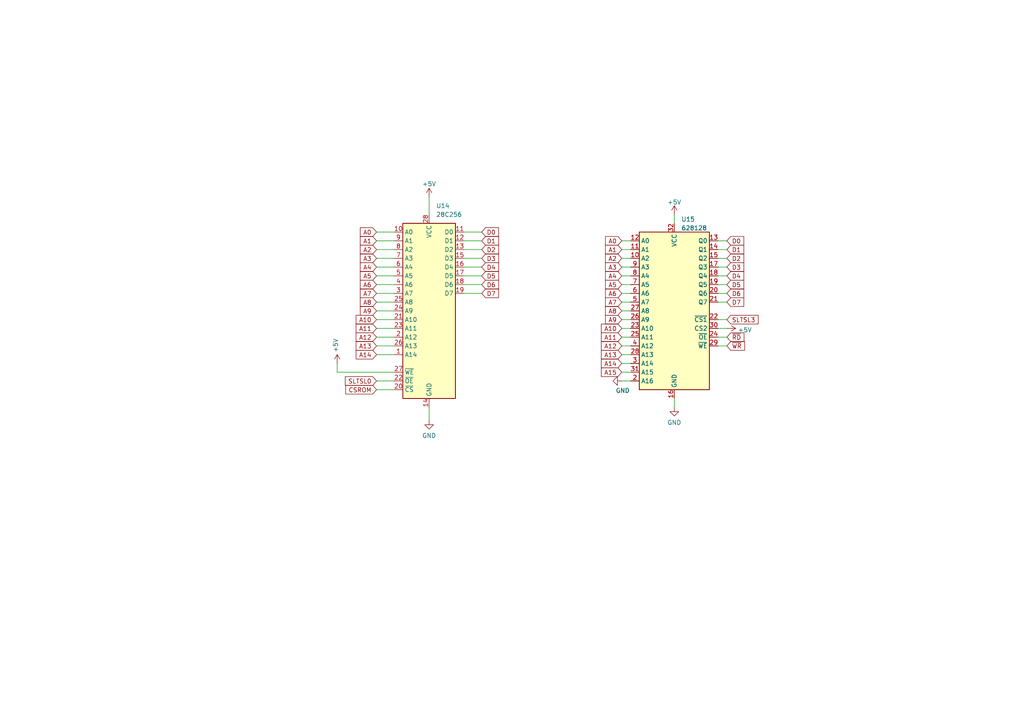
<source format=kicad_sch>
(kicad_sch (version 20211123) (generator eeschema)
  (paper "A4")
  (title_block (title "MSX One") (date "2024-12-28") (rev "v1.0") (company "Gabbard") (comment 1 "MSX One"))
  (lib_symbols
    (symbol "Memory_EEPROM:28C256"
      (property "Reference" "U" (at -7.62 26.67 0))
      (property "Value" "28C256" (at 2.54 -26.67 0))
      (symbol "28C256_1_1"
        (rectangle (start -7.62 25.4) (end 7.62 -25.4) (stroke (width 0.254)) (fill (type background)))
        (pin input line (at -10.16 -12.7 0) (length 2.54) (name "A14") (number "1"))
        (pin input line (at -10.16 22.86 0) (length 2.54) (name "A0") (number "10"))
        (pin tri_state line (at 10.16 22.86 180) (length 2.54) (name "D0") (number "11"))
        (pin tri_state line (at 10.16 20.32 180) (length 2.54) (name "D1") (number "12"))
        (pin tri_state line (at 10.16 17.78 180) (length 2.54) (name "D2") (number "13"))
        (pin power_in line (at 0 -27.94 90) (length 2.54) (name "GND") (number "14"))
        (pin tri_state line (at 10.16 15.24 180) (length 2.54) (name "D3") (number "15"))
        (pin tri_state line (at 10.16 12.7 180) (length 2.54) (name "D4") (number "16"))
        (pin tri_state line (at 10.16 10.16 180) (length 2.54) (name "D5") (number "17"))
        (pin tri_state line (at 10.16 7.62 180) (length 2.54) (name "D6") (number "18"))
        (pin tri_state line (at 10.16 5.08 180) (length 2.54) (name "D7") (number "19"))
        (pin input line (at -10.16 -7.62 0) (length 2.54) (name "A12") (number "2"))
        (pin input line (at -10.16 -22.86 0) (length 2.54) (name "~{CS}") (number "20"))
        (pin input line (at -10.16 -2.54 0) (length 2.54) (name "A10") (number "21"))
        (pin input line (at -10.16 -20.32 0) (length 2.54) (name "~{OE}") (number "22"))
        (pin input line (at -10.16 -5.08 0) (length 2.54) (name "A11") (number "23"))
        (pin input line (at -10.16 0 0) (length 2.54) (name "A9") (number "24"))
        (pin input line (at -10.16 2.54 0) (length 2.54) (name "A8") (number "25"))
        (pin input line (at -10.16 -10.16 0) (length 2.54) (name "A13") (number "26"))
        (pin input line (at -10.16 -17.78 0) (length 2.54) (name "~{WE}") (number "27"))
        (pin power_in line (at 0 27.94 270) (length 2.54) (name "VCC") (number "28"))
        (pin input line (at -10.16 5.08 0) (length 2.54) (name "A7") (number "3"))
        (pin input line (at -10.16 7.62 0) (length 2.54) (name "A6") (number "4"))
        (pin input line (at -10.16 10.16 0) (length 2.54) (name "A5") (number "5"))
        (pin input line (at -10.16 12.7 0) (length 2.54) (name "A4") (number "6"))
        (pin input line (at -10.16 15.24 0) (length 2.54) (name "A3") (number "7"))
        (pin input line (at -10.16 17.78 0) (length 2.54) (name "A2") (number "8"))
        (pin input line (at -10.16 20.32 0) (length 2.54) (name "A1") (number "9"))
      )
    )
    (symbol "Memory_RAM:628128_DIP32_SSOP32"
      (property "Reference" "U" (at -10.16 23.495 0))
      (property "Value" "628128_DIP32_SSOP32" (at 2.54 23.495 0))
      (symbol "628128_DIP32_SSOP32_0_0"
        (pin power_in line (at 0 -25.4 90) (length 2.54) (name "GND") (number "16"))
        (pin power_in line (at 0 25.4 270) (length 2.54) (name "VCC") (number "32"))
      )
      (symbol "628128_DIP32_SSOP32_0_1"
        (rectangle (start -10.16 22.86) (end 10.16 -22.86) (stroke (width 0.254)) (fill (type background)))
      )
      (symbol "628128_DIP32_SSOP32_1_1"
        (pin no_connect line (at 10.16 -20.32 180) (length 2.54) hide (name "NC") (number "1"))
        (pin input line (at -12.7 15.24 0) (length 2.54) (name "A2") (number "10"))
        (pin input line (at -12.7 17.78 0) (length 2.54) (name "A1") (number "11"))
        (pin input line (at -12.7 20.32 0) (length 2.54) (name "A0") (number "12"))
        (pin tri_state line (at 12.7 20.32 180) (length 2.54) (name "Q0") (number "13"))
        (pin tri_state line (at 12.7 17.78 180) (length 2.54) (name "Q1") (number "14"))
        (pin tri_state line (at 12.7 15.24 180) (length 2.54) (name "Q2") (number "15"))
        (pin tri_state line (at 12.7 12.7 180) (length 2.54) (name "Q3") (number "17"))
        (pin tri_state line (at 12.7 10.16 180) (length 2.54) (name "Q4") (number "18"))
        (pin tri_state line (at 12.7 7.62 180) (length 2.54) (name "Q5") (number "19"))
        (pin input line (at -12.7 -20.32 0) (length 2.54) (name "A16") (number "2"))
        (pin tri_state line (at 12.7 5.08 180) (length 2.54) (name "Q6") (number "20"))
        (pin tri_state line (at 12.7 2.54 180) (length 2.54) (name "Q7") (number "21"))
        (pin input line (at 12.7 -2.54 180) (length 2.54) (name "~{CS1}") (number "22"))
        (pin input line (at -12.7 -5.08 0) (length 2.54) (name "A10") (number "23"))
        (pin input line (at 12.7 -7.62 180) (length 2.54) (name "~{OE}") (number "24"))
        (pin input line (at -12.7 -7.62 0) (length 2.54) (name "A11") (number "25"))
        (pin input line (at -12.7 -2.54 0) (length 2.54) (name "A9") (number "26"))
        (pin input line (at -12.7 0 0) (length 2.54) (name "A8") (number "27"))
        (pin input line (at -12.7 -12.7 0) (length 2.54) (name "A13") (number "28"))
        (pin input line (at 12.7 -10.16 180) (length 2.54) (name "~{WE}") (number "29"))
        (pin input line (at -12.7 -15.24 0) (length 2.54) (name "A14") (number "3"))
        (pin input line (at 12.7 -5.08 180) (length 2.54) (name "CS2") (number "30"))
        (pin input line (at -12.7 -17.78 0) (length 2.54) (name "A15") (number "31"))
        (pin input line (at -12.7 -10.16 0) (length 2.54) (name "A12") (number "4"))
        (pin input line (at -12.7 2.54 0) (length 2.54) (name "A7") (number "5"))
        (pin input line (at -12.7 5.08 0) (length 2.54) (name "A6") (number "6"))
        (pin input line (at -12.7 7.62 0) (length 2.54) (name "A5") (number "7"))
        (pin input line (at -12.7 10.16 0) (length 2.54) (name "A4") (number "8"))
        (pin input line (at -12.7 12.7 0) (length 2.54) (name "A3") (number "9"))
      )
    )
    (symbol "power:+5V" (power) (pin_names (offset 0))
      (property "Value" "+5V" (at 0 3.556 0))
      (symbol "+5V_0_1"
        (polyline (pts (xy -0.762 1.27) (xy 0 2.54)))
        (polyline (pts (xy 0 0) (xy 0 2.54)))
        (polyline (pts (xy 0 2.54) (xy 0.762 1.27)))
      )
      (symbol "+5V_1_1"
        (pin power_in line (at 0 0 90) (length 0) hide (name "+5V") (number "1"))
      )
    )
    (symbol "power:GND" (power) (pin_names (offset 0))
      (property "Value" "GND" (at 0 -3.81 0))
      (symbol "GND_0_1"
        (polyline (pts (xy 0 0) (xy 0 -1.27) (xy 1.27 -1.27) (xy 0 -2.54) (xy -1.27 -1.27) (xy 0 -1.27)))
      )
      (symbol "GND_1_1"
        (pin power_in line (at 0 0 270) (length 0) hide (name "GND") (number "1"))
      )
    )
  )
  (wire (pts (xy 139.7 82.55) (xy 134.62 82.55)))
  (wire (pts (xy 109.22 110.49) (xy 114.3 110.49)))
  (wire (pts (xy 180.34 82.55) (xy 182.88 82.55)))
  (wire (pts (xy 109.22 92.71) (xy 114.3 92.71)))
  (wire (pts (xy 109.22 67.31) (xy 114.3 67.31)))
  (wire (pts (xy 180.34 102.87) (xy 182.88 102.87)))
  (wire (pts (xy 180.34 77.47) (xy 182.88 77.47)))
  (wire (pts (xy 109.22 85.09) (xy 114.3 85.09)))
  (wire (pts (xy 124.46 118.11) (xy 124.46 121.92)))
  (wire (pts (xy 208.28 82.55) (xy 210.82 82.55)))
  (wire (pts (xy 180.34 92.71) (xy 182.88 92.71)))
  (wire (pts (xy 208.28 100.33) (xy 210.82 100.33)))
  (wire (pts (xy 139.7 85.09) (xy 134.62 85.09)))
  (wire (pts (xy 180.34 110.49) (xy 182.88 110.49)))
  (wire (pts (xy 109.22 113.03) (xy 114.3 113.03)))
  (wire (pts (xy 180.34 90.17) (xy 182.88 90.17)))
  (wire (pts (xy 124.46 57.15) (xy 124.46 62.23)))
  (wire (pts (xy 139.7 67.31) (xy 134.62 67.31)))
  (wire (pts (xy 139.7 74.93) (xy 134.62 74.93)))
  (wire (pts (xy 139.7 77.47) (xy 134.62 77.47)))
  (wire (pts (xy 180.34 80.01) (xy 182.88 80.01)))
  (wire (pts (xy 109.22 90.17) (xy 114.3 90.17)))
  (wire (pts (xy 195.58 62.23) (xy 195.58 64.77)))
  (wire (pts (xy 109.22 102.87) (xy 114.3 102.87)))
  (wire (pts (xy 208.28 80.01) (xy 210.82 80.01)))
  (wire (pts (xy 180.34 69.85) (xy 182.88 69.85)))
  (wire (pts (xy 208.28 74.93) (xy 210.82 74.93)))
  (wire (pts (xy 139.7 69.85) (xy 134.62 69.85)))
  (wire (pts (xy 208.28 85.09) (xy 210.82 85.09)))
  (wire (pts (xy 180.34 74.93) (xy 182.88 74.93)))
  (wire (pts (xy 180.34 107.95) (xy 182.88 107.95)))
  (wire (pts (xy 208.28 72.39) (xy 210.82 72.39)))
  (wire (pts (xy 180.34 100.33) (xy 182.88 100.33)))
  (wire (pts (xy 180.34 95.25) (xy 182.88 95.25)))
  (wire (pts (xy 180.34 105.41) (xy 182.88 105.41)))
  (wire (pts (xy 114.3 107.95) (xy 97.79 107.95)))
  (wire (pts (xy 208.28 97.79) (xy 210.82 97.79)))
  (wire (pts (xy 97.79 107.95) (xy 97.79 105.41)))
  (wire (pts (xy 208.28 69.85) (xy 210.82 69.85)))
  (wire (pts (xy 180.34 97.79) (xy 182.88 97.79)))
  (wire (pts (xy 180.34 87.63) (xy 182.88 87.63)))
  (wire (pts (xy 208.28 87.63) (xy 210.82 87.63)))
  (wire (pts (xy 208.28 77.47) (xy 210.82 77.47)))
  (wire (pts (xy 139.7 72.39) (xy 134.62 72.39)))
  (wire (pts (xy 109.22 77.47) (xy 114.3 77.47)))
  (wire (pts (xy 139.7 80.01) (xy 134.62 80.01)))
  (wire (pts (xy 109.22 74.93) (xy 114.3 74.93)))
  (wire (pts (xy 109.22 72.39) (xy 114.3 72.39)))
  (wire (pts (xy 109.22 87.63) (xy 114.3 87.63)))
  (wire (pts (xy 195.58 115.57) (xy 195.58 118.11)))
  (wire (pts (xy 109.22 69.85) (xy 114.3 69.85)))
  (wire (pts (xy 180.34 85.09) (xy 182.88 85.09)))
  (wire (pts (xy 180.34 72.39) (xy 182.88 72.39)))
  (wire (pts (xy 208.28 95.25) (xy 210.82 95.25)))
  (wire (pts (xy 109.22 82.55) (xy 114.3 82.55)))
  (wire (pts (xy 109.22 95.25) (xy 114.3 95.25)))
  (wire (pts (xy 208.28 92.71) (xy 210.82 92.71)))
  (wire (pts (xy 109.22 100.33) (xy 114.3 100.33)))
  (wire (pts (xy 109.22 80.01) (xy 114.3 80.01)))
  (wire (pts (xy 109.22 97.79) (xy 114.3 97.79)))
  (global_label "D5" (shape input) (at 210.82 82.55 0) (property "Intersheet References" "${INTERSHEET_REFS}" (effects hide)))
  (global_label "A3" (shape input) (at 109.22 74.93 180) (property "Intersheet References" "${INTERSHEET_REFS}" (effects hide)))
  (global_label "A5" (shape input) (at 109.22 80.01 180) (property "Intersheet References" "${INTERSHEET_REFS}" (effects hide)))
  (global_label "A10" (shape input) (at 180.34 95.25 180) (property "Intersheet References" "${INTERSHEET_REFS}" (effects hide)))
  (global_label "D1" (shape input) (at 210.82 72.39 0) (property "Intersheet References" "${INTERSHEET_REFS}" (effects hide)))
  (global_label "D7" (shape input) (at 210.82 87.63 0) (property "Intersheet References" "${INTERSHEET_REFS}" (effects hide)))
  (global_label "A6" (shape input) (at 109.22 82.55 180) (property "Intersheet References" "${INTERSHEET_REFS}" (effects hide)))
  (global_label "A1" (shape input) (at 109.22 69.85 180) (property "Intersheet References" "${INTERSHEET_REFS}" (effects hide)))
  (global_label "A8" (shape input) (at 109.22 87.63 180) (property "Intersheet References" "${INTERSHEET_REFS}" (effects hide)))
  (global_label "A11" (shape input) (at 180.34 97.79 180) (property "Intersheet References" "${INTERSHEET_REFS}" (effects hide)))
  (global_label "D5" (shape input) (at 139.7 80.01 0) (property "Intersheet References" "${INTERSHEET_REFS}" (effects hide)))
  (global_label "A2" (shape input) (at 109.22 72.39 180) (property "Intersheet References" "${INTERSHEET_REFS}" (effects hide)))
  (global_label "A8" (shape input) (at 180.34 90.17 180) (property "Intersheet References" "${INTERSHEET_REFS}" (effects hide)))
  (global_label "A4" (shape input) (at 180.34 80.01 180) (property "Intersheet References" "${INTERSHEET_REFS}" (effects hide)))
  (global_label "A12" (shape input) (at 109.22 97.79 180) (property "Intersheet References" "${INTERSHEET_REFS}" (effects hide)))
  (global_label "D0" (shape input) (at 210.82 69.85 0) (property "Intersheet References" "${INTERSHEET_REFS}" (effects hide)))
  (global_label "A4" (shape input) (at 109.22 77.47 180) (property "Intersheet References" "${INTERSHEET_REFS}" (effects hide)))
  (global_label "~{WR}" (shape input) (at 210.82 100.33 0) (property "Intersheet References" "${INTERSHEET_REFS}" (effects hide)))
  (global_label "A9" (shape input) (at 180.34 92.71 180) (property "Intersheet References" "${INTERSHEET_REFS}" (effects hide)))
  (global_label "D3" (shape input) (at 210.82 77.47 0) (property "Intersheet References" "${INTERSHEET_REFS}" (effects hide)))
  (global_label "A5" (shape input) (at 180.34 82.55 180) (property "Intersheet References" "${INTERSHEET_REFS}" (effects hide)))
  (global_label "A12" (shape input) (at 180.34 100.33 180) (property "Intersheet References" "${INTERSHEET_REFS}" (effects hide)))
  (global_label "SLTSL3" (shape input) (at 210.82 92.71 0) (property "Intersheet References" "${INTERSHEET_REFS}" (effects hide)))
  (global_label "A14" (shape input) (at 180.34 105.41 180) (property "Intersheet References" "${INTERSHEET_REFS}" (effects hide)))
  (global_label "D3" (shape input) (at 139.7 74.93 0) (property "Intersheet References" "${INTERSHEET_REFS}" (effects hide)))
  (global_label "D2" (shape input) (at 210.82 74.93 0) (property "Intersheet References" "${INTERSHEET_REFS}" (effects hide)))
  (global_label "A13" (shape input) (at 109.22 100.33 180) (property "Intersheet References" "${INTERSHEET_REFS}" (effects hide)))
  (global_label "A3" (shape input) (at 180.34 77.47 180) (property "Intersheet References" "${INTERSHEET_REFS}" (effects hide)))
  (global_label "A10" (shape input) (at 109.22 92.71 180) (property "Intersheet References" "${INTERSHEET_REFS}" (effects hide)))
  (global_label "D1" (shape input) (at 139.7 69.85 0) (property "Intersheet References" "${INTERSHEET_REFS}" (effects hide)))
  (global_label "A1" (shape input) (at 180.34 72.39 180) (property "Intersheet References" "${INTERSHEET_REFS}" (effects hide)))
  (global_label "A7" (shape input) (at 109.22 85.09 180) (property "Intersheet References" "${INTERSHEET_REFS}" (effects hide)))
  (global_label "D0" (shape input) (at 139.7 67.31 0) (property "Intersheet References" "${INTERSHEET_REFS}" (effects hide)))
  (global_label "A2" (shape input) (at 180.34 74.93 180) (property "Intersheet References" "${INTERSHEET_REFS}" (effects hide)))
  (global_label "D4" (shape input) (at 210.82 80.01 0) (property "Intersheet References" "${INTERSHEET_REFS}" (effects hide)))
  (global_label "A14" (shape input) (at 109.22 102.87 180) (property "Intersheet References" "${INTERSHEET_REFS}" (effects hide)))
  (global_label "D6" (shape input) (at 139.7 82.55 0) (property "Intersheet References" "${INTERSHEET_REFS}" (effects hide)))
  (global_label "D4" (shape input) (at 139.7 77.47 0) (property "Intersheet References" "${INTERSHEET_REFS}" (effects hide)))
  (global_label "A15" (shape input) (at 180.34 107.95 180) (property "Intersheet References" "${INTERSHEET_REFS}" (effects hide)))
  (global_label "D6" (shape input) (at 210.82 85.09 0) (property "Intersheet References" "${INTERSHEET_REFS}" (effects hide)))
  (global_label "A13" (shape input) (at 180.34 102.87 180) (property "Intersheet References" "${INTERSHEET_REFS}" (effects hide)))
  (global_label "A6" (shape input) (at 180.34 85.09 180) (property "Intersheet References" "${INTERSHEET_REFS}" (effects hide)))
  (global_label "CSROM" (shape input) (at 109.22 113.03 180) (property "Intersheet References" "${INTERSHEET_REFS}" (effects hide)))
  (global_label "D2" (shape input) (at 139.7 72.39 0) (property "Intersheet References" "${INTERSHEET_REFS}" (effects hide)))
  (global_label "A0" (shape input) (at 180.34 69.85 180) (property "Intersheet References" "${INTERSHEET_REFS}" (effects hide)))
  (global_label "D7" (shape input) (at 139.7 85.09 0) (property "Intersheet References" "${INTERSHEET_REFS}" (effects hide)))
  (global_label "SLTSL0" (shape input) (at 109.22 110.49 180) (property "Intersheet References" "${INTERSHEET_REFS}" (effects hide)))
  (global_label "A11" (shape input) (at 109.22 95.25 180) (property "Intersheet References" "${INTERSHEET_REFS}" (effects hide)))
  (global_label "A9" (shape input) (at 109.22 90.17 180) (property "Intersheet References" "${INTERSHEET_REFS}" (effects hide)))
  (global_label "~{RD}" (shape input) (at 210.82 97.79 0) (property "Intersheet References" "${INTERSHEET_REFS}" (effects hide)))
  (global_label "A0" (shape input) (at 109.22 67.31 180) (property "Intersheet References" "${INTERSHEET_REFS}" (effects hide)))
  (global_label "A7" (shape input) (at 180.34 87.63 180) (property "Intersheet References" "${INTERSHEET_REFS}" (effects hide)))
  (symbol (lib_id "Memory_EEPROM:28C256") (at 124.46 90.17 0) (unit 1)
    (property "Reference" "U14" (at 126.4794 59.69 0) (effects (justify left)))
    (property "Value" "28C256" (at 126.4794 62.23 0) (effects (justify left)))
    (property "Footprint" "Package_DIP:DIP-28_W15.24mm_Socket" (effects hide))
    (property "Datasheet" "http://ww1.microchip.com/downloads/en/DeviceDoc/doc0006.pdf" (effects hide))
  )
  (symbol (lib_id "Memory_RAM:628128_DIP32_SSOP32") (at 195.58 90.17 0) (unit 1)
    (property "Reference" "U15" (at 197.5994 63.6102 0) (effects (justify left)))
    (property "Value" "628128" (at 197.5994 66.1471 0) (effects (justify left)))
    (property "Footprint" "Package_DIP:DIP-32_W15.24mm_Socket" (effects hide))
    (property "Datasheet" "http://www.futurlec.com/Datasheet/Memory/628128.pdf" (effects hide))
  )
  (symbol (lib_id "power:GND") (at 180.34 110.49 270) (unit 1)
    (property "Reference" "#PWR0140" (effects hide))
    (property "Value" "GND" (at 178.562 113.284 90) (effects (justify left)))
  )
  (symbol (lib_id "power:GND") (at 195.58 118.11 0) (unit 1)
    (property "Reference" "#PWR0141" (effects hide))
    (property "Value" "GND" (at 195.58 122.5534 0))
  )
  (symbol (lib_id "power:+5V") (at 124.46 57.15 0) (unit 1)
    (property "Reference" "#PWR0122" (effects hide))
    (property "Value" "+5V" (at 124.46 53.34 0))
  )
  (symbol (lib_id "power:+5V") (at 97.79 105.41 0) (unit 1)
    (property "Reference" "#PWR0137" (effects hide))
    (property "Value" "+5V" (at 97.3562 102.2351 90) (effects (justify left)))
  )
  (symbol (lib_id "power:+5V") (at 195.58 62.23 0) (unit 1)
    (property "Reference" "#PWR0138" (effects hide))
    (property "Value" "+5V" (at 195.58 58.6542 0))
  )
  (symbol (lib_id "power:GND") (at 124.46 121.92 0) (unit 1)
    (property "Reference" "#PWR0121" (effects hide))
    (property "Value" "GND" (at 124.46 126.3634 0))
  )
  (symbol (lib_id "power:+5V") (at 210.82 95.25 270) (unit 1)
    (property "Reference" "#PWR0139" (effects hide))
    (property "Value" "+5V" (at 213.995 95.6838 90) (effects (justify left)))
  )
)
</source>
